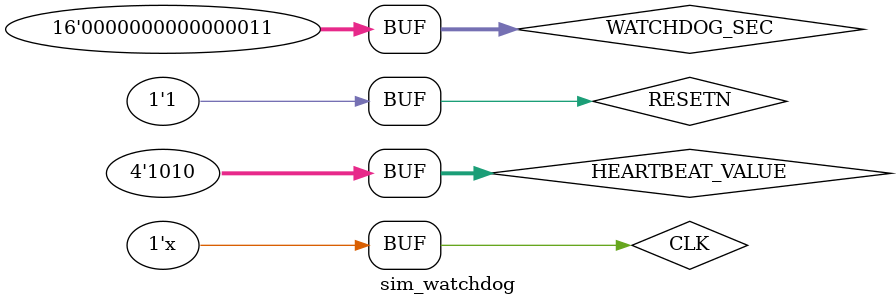
<source format=v>
`timescale 1ns / 1ps

module sim_watchdog();

reg CLK;
reg RESETN;
reg [3:0] HEARTBEAT_VALUE;
reg [15:0] WATCHDOG_SEC;
wire PS_REBOOT_EN;
wire [41:0] DEBUG_CNT;

initial begin
    RESETN = 0;
    CLK = 0;
    HEARTBEAT_VALUE <= 10;
    WATCHDOG_SEC <= 3;
#100
    RESETN = 1;
end

always #10 CLK <= ~CLK;

ps_watchdog wd(.CLK(CLK), .RESETN(RESETN), .HEARTBEAT_VALUE(HEARTBEAT_VALUE), .WATCHDOG_SEC(WATCHDOG_SEC), .PS_REBOOT_EN(PS_REBOOT_EN), .DEBUG_CNT(DEBUG_CNT));

endmodule

</source>
